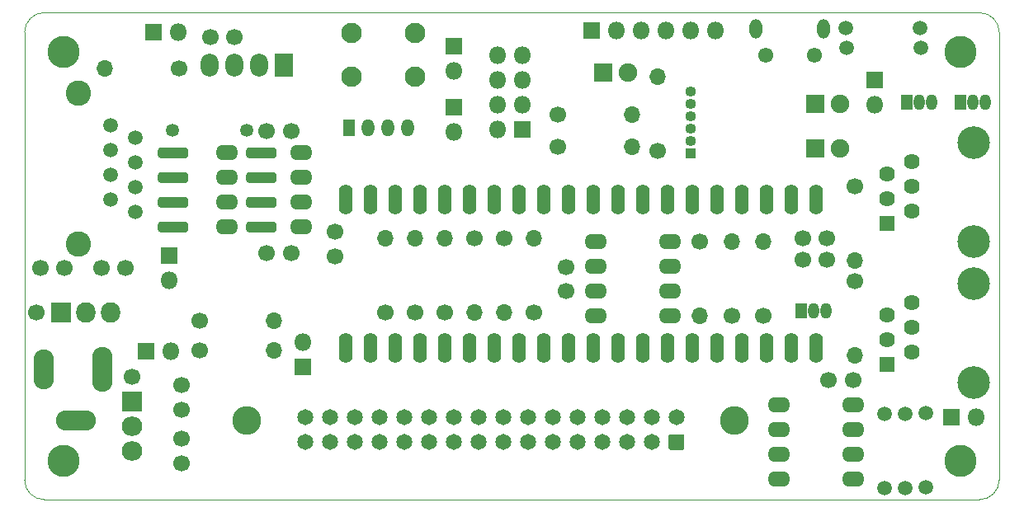
<source format=gts>
%TF.GenerationSoftware,KiCad,Pcbnew,5.1.6-c6e7f7d~86~ubuntu18.04.1*%
%TF.CreationDate,2020-06-09T14:20:45+02:00*%
%TF.ProjectId,c6021light,63363032-316c-4696-9768-742e6b696361,rev?*%
%TF.SameCoordinates,Original*%
%TF.FileFunction,Soldermask,Top*%
%TF.FilePolarity,Negative*%
%FSLAX46Y46*%
G04 Gerber Fmt 4.6, Leading zero omitted, Abs format (unit mm)*
G04 Created by KiCad (PCBNEW 5.1.6-c6e7f7d~86~ubuntu18.04.1) date 2020-06-09 14:20:45*
%MOMM*%
%LPD*%
G01*
G04 APERTURE LIST*
%TA.AperFunction,Profile*%
%ADD10C,0.050000*%
%TD*%
%ADD11C,2.950000*%
%ADD12C,1.650000*%
%ADD13C,1.500000*%
%ADD14C,1.700000*%
%ADD15O,1.800000X1.800000*%
%ADD16R,1.800000X1.800000*%
%ADD17R,1.150000X1.600000*%
%ADD18O,1.150000X1.600000*%
%ADD19O,1.300000X2.000000*%
%ADD20C,1.550000*%
%ADD21O,1.100000X1.100000*%
%ADD22R,1.100000X1.100000*%
%ADD23O,1.700000X1.700000*%
%ADD24O,2.299640X1.601140*%
%ADD25C,2.599360*%
%ADD26C,1.499540*%
%ADD27O,1.400000X3.100000*%
%ADD28C,2.098980*%
%ADD29R,1.620000X1.620000*%
%ADD30C,3.350000*%
%ADD31C,1.620000*%
%ADD32C,1.350000*%
%ADD33C,1.900000*%
%ADD34R,1.900000X1.900000*%
%ADD35O,2.100000X2.005000*%
%ADD36R,2.100000X2.005000*%
%ADD37O,2.005000X2.100000*%
%ADD38R,2.005000X2.100000*%
%ADD39R,1.850000X2.350000*%
%ADD40O,1.850000X2.350000*%
%ADD41O,1.298880X1.799260*%
%ADD42R,1.298880X1.799260*%
%ADD43O,2.098980X4.600880*%
%ADD44O,2.098980X4.100500*%
%ADD45O,4.100500X2.098980*%
%ADD46C,3.300000*%
G04 APERTURE END LIST*
D10*
X102000000Y-100000000D02*
G75*
G02*
X100000000Y-98000000I0J2000000D01*
G01*
X100000000Y-52000000D02*
G75*
G02*
X102000000Y-50000000I2000000J0D01*
G01*
X200000000Y-98000000D02*
G75*
G02*
X198000000Y-100000000I-2000000J0D01*
G01*
X198000000Y-50000000D02*
G75*
G02*
X200000000Y-52000000I0J-2000000D01*
G01*
X100000000Y-52000000D02*
X100000000Y-98000000D01*
X198000000Y-50000000D02*
X102000000Y-50000000D01*
X200000000Y-98000000D02*
X200000000Y-52000000D01*
X102000000Y-100000000D02*
X198000000Y-100000000D01*
D11*
%TO.C,J3*%
X122828000Y-91867000D03*
X172828000Y-91867000D03*
D12*
X128778000Y-91567000D03*
X131318000Y-91567000D03*
X133858000Y-91567000D03*
X136398000Y-91567000D03*
X138938000Y-91567000D03*
X141478000Y-91567000D03*
X144018000Y-91567000D03*
X146558000Y-91567000D03*
X149098000Y-91567000D03*
X151638000Y-91567000D03*
X154178000Y-91567000D03*
X156718000Y-91567000D03*
X159258000Y-91567000D03*
X161798000Y-91567000D03*
X164338000Y-91567000D03*
X166878000Y-91567000D03*
X128778000Y-94107000D03*
X131318000Y-94107000D03*
X133858000Y-94107000D03*
X136398000Y-94107000D03*
X138938000Y-94107000D03*
X141478000Y-94107000D03*
X144018000Y-94107000D03*
X146558000Y-94107000D03*
X149098000Y-94107000D03*
X151638000Y-94107000D03*
X154178000Y-94107000D03*
X156718000Y-94107000D03*
X159258000Y-94107000D03*
X161798000Y-94107000D03*
X164338000Y-94107000D03*
G36*
G01*
X167436872Y-94932000D02*
X166319128Y-94932000D01*
G75*
G02*
X166053000Y-94665872I0J266128D01*
G01*
X166053000Y-93548128D01*
G75*
G02*
X166319128Y-93282000I266128J0D01*
G01*
X167436872Y-93282000D01*
G75*
G02*
X167703000Y-93548128I0J-266128D01*
G01*
X167703000Y-94665872D01*
G75*
G02*
X167436872Y-94932000I-266128J0D01*
G01*
G37*
%TD*%
D13*
%TO.C,R15*%
X190347600Y-98780600D03*
X190347600Y-91160600D03*
%TD*%
%TO.C,R14*%
X188239400Y-98780600D03*
X188239400Y-91160600D03*
%TD*%
%TO.C,R13*%
X192481200Y-98755200D03*
X192481200Y-91135200D03*
%TD*%
D14*
%TO.C,C32*%
X155575000Y-76113000D03*
X155575000Y-78613000D03*
%TD*%
%TO.C,C8*%
X121524400Y-52476400D03*
X119024400Y-52476400D03*
%TD*%
%TO.C,C7*%
X127341000Y-62166500D03*
X124841000Y-62166500D03*
%TD*%
%TO.C,C6*%
X131826000Y-75017000D03*
X131826000Y-72517000D03*
%TD*%
%TO.C,C5*%
X127341000Y-74676000D03*
X124841000Y-74676000D03*
%TD*%
%TO.C,C4*%
X116078000Y-93766000D03*
X116078000Y-96266000D03*
%TD*%
%TO.C,C3*%
X116078000Y-90765000D03*
X116078000Y-88265000D03*
%TD*%
D15*
%TO.C,J11*%
X114960400Y-84759800D03*
D16*
X112420400Y-84759800D03*
%TD*%
D13*
%TO.C,R42*%
X184289700Y-51574700D03*
X191909700Y-51574700D03*
%TD*%
%TO.C,R41*%
X184302400Y-53644800D03*
X191922400Y-53644800D03*
%TD*%
D17*
%TO.C,Q32*%
X190525400Y-59207400D03*
D18*
X193065400Y-59207400D03*
X191795400Y-59207400D03*
%TD*%
D17*
%TO.C,Q31*%
X195999100Y-59207400D03*
D18*
X198539100Y-59207400D03*
X197269100Y-59207400D03*
%TD*%
D15*
%TO.C,J31*%
X187223400Y-59410600D03*
D16*
X187223400Y-56870600D03*
%TD*%
D19*
%TO.C,J50*%
X182011200Y-51683400D03*
X175011200Y-51683400D03*
D20*
X181011200Y-54383400D03*
X176011200Y-54383400D03*
%TD*%
D21*
%TO.C,J51*%
X168338500Y-58115200D03*
X168338500Y-59385200D03*
X168338500Y-60655200D03*
X168338500Y-61925200D03*
X168338500Y-63195200D03*
D22*
X168338500Y-64465200D03*
%TD*%
D23*
%TO.C,R1*%
X125603000Y-81661000D03*
D14*
X117983000Y-81661000D03*
%TD*%
D23*
%TO.C,R2*%
X125603000Y-84709000D03*
D14*
X117983000Y-84709000D03*
%TD*%
D23*
%TO.C,R3*%
X164960300Y-56591200D03*
D14*
X164960300Y-64211200D03*
%TD*%
D23*
%TO.C,R11*%
X162306000Y-60452000D03*
D14*
X154686000Y-60452000D03*
%TD*%
D23*
%TO.C,R12*%
X162306000Y-63754000D03*
D14*
X154686000Y-63754000D03*
%TD*%
D23*
%TO.C,R31*%
X185191400Y-85191600D03*
D14*
X185191400Y-77571600D03*
%TD*%
D23*
%TO.C,R32*%
X143129000Y-73152000D03*
D14*
X143129000Y-80772000D03*
%TD*%
D23*
%TO.C,R33*%
X137033000Y-73152000D03*
D14*
X137033000Y-80772000D03*
%TD*%
D23*
%TO.C,R34*%
X140081000Y-73152000D03*
D14*
X140081000Y-80772000D03*
%TD*%
D23*
%TO.C,R35*%
X172593000Y-73533000D03*
D14*
X172593000Y-81153000D03*
%TD*%
D23*
%TO.C,R36*%
X149225000Y-80772000D03*
D14*
X149225000Y-73152000D03*
%TD*%
D23*
%TO.C,R37*%
X169291000Y-81153000D03*
D14*
X169291000Y-73533000D03*
%TD*%
D23*
%TO.C,R38*%
X146177000Y-80772000D03*
D14*
X146177000Y-73152000D03*
%TD*%
D23*
%TO.C,R39*%
X152273000Y-73152000D03*
D14*
X152273000Y-80772000D03*
%TD*%
D23*
%TO.C,R40*%
X175768000Y-73533000D03*
D14*
X175768000Y-81153000D03*
%TD*%
D23*
%TO.C,R5*%
X108204000Y-55753000D03*
D14*
X115824000Y-55753000D03*
%TD*%
D23*
%TO.C,R30*%
X185191400Y-75438000D03*
D14*
X185191400Y-67818000D03*
%TD*%
D24*
%TO.C,U10*%
X185039000Y-90297000D03*
X185039000Y-92837000D03*
X185039000Y-95377000D03*
X185039000Y-97917000D03*
X177419000Y-97917000D03*
X177419000Y-95377000D03*
X177419000Y-92837000D03*
X177419000Y-90297000D03*
%TD*%
D14*
%TO.C,C10*%
X182513600Y-87757000D03*
X185013600Y-87757000D03*
%TD*%
%TO.C,C31*%
X182332000Y-75387200D03*
X179832000Y-75387200D03*
%TD*%
%TO.C,C30*%
X179821200Y-73202800D03*
X182321200Y-73202800D03*
%TD*%
D25*
%TO.C,J8*%
X105537000Y-73787000D03*
X105537000Y-58293000D03*
D26*
X111379000Y-70485000D03*
X108839000Y-69215000D03*
X111379000Y-67945000D03*
X108839000Y-66675000D03*
X111379000Y-65405000D03*
X111379000Y-62865000D03*
X108839000Y-61595000D03*
X108839000Y-64135000D03*
%TD*%
D14*
%TO.C,C2*%
X107863000Y-76200000D03*
X110363000Y-76200000D03*
%TD*%
%TO.C,C1*%
X101600000Y-76200000D03*
X104100000Y-76200000D03*
%TD*%
D27*
%TO.C,BP1*%
X132969000Y-69207380D03*
X132969000Y-84455000D03*
X135509000Y-69207380D03*
X135509000Y-84455000D03*
X138049000Y-69215000D03*
X138049000Y-84447380D03*
X140589000Y-69215000D03*
X140589000Y-84455000D03*
X143129000Y-69215000D03*
X143129000Y-84455000D03*
X145669000Y-69215000D03*
X145669000Y-84455000D03*
X148209000Y-69215000D03*
X148209000Y-84455000D03*
X150749000Y-69215000D03*
X150749000Y-84455000D03*
X153289000Y-69207380D03*
X153289000Y-84455000D03*
X155829000Y-69215000D03*
X155829000Y-84455000D03*
X158369000Y-69215000D03*
X158369000Y-84455000D03*
X160909000Y-69215000D03*
X160909000Y-84455000D03*
X163449000Y-69215000D03*
X163449000Y-84447380D03*
X165989000Y-69215000D03*
X165989000Y-84455000D03*
X168529000Y-69215000D03*
X168529000Y-84455000D03*
X171069000Y-69215000D03*
X171069000Y-84455000D03*
X173609000Y-69215000D03*
X173609000Y-84455000D03*
X176149000Y-69207380D03*
X176149000Y-84455000D03*
X178689000Y-69215000D03*
X178689000Y-84455000D03*
X181229000Y-69215000D03*
X181229000Y-84455000D03*
%TD*%
D15*
%TO.C,J4*%
X128524000Y-83820000D03*
D16*
X128524000Y-86360000D03*
%TD*%
D28*
%TO.C,SW1*%
X140030200Y-56606440D03*
X133527800Y-52105560D03*
X140030200Y-52105560D03*
X133527800Y-56606440D03*
%TD*%
D15*
%TO.C,J2*%
X148526500Y-54356000D03*
X151066500Y-54356000D03*
X148526500Y-56896000D03*
X151066500Y-56896000D03*
X148526500Y-59436000D03*
X151066500Y-59436000D03*
X148526500Y-61976000D03*
D16*
X151066500Y-61976000D03*
%TD*%
D14*
%TO.C,TP2*%
X110998000Y-87376000D03*
%TD*%
%TO.C,TP1*%
X101219000Y-80772000D03*
%TD*%
D15*
%TO.C,J52*%
X170865800Y-51790600D03*
X168325800Y-51790600D03*
X165785800Y-51790600D03*
X163245800Y-51790600D03*
X160705800Y-51790600D03*
D16*
X158165800Y-51790600D03*
%TD*%
%TO.C,U4*%
G36*
G01*
X116786000Y-71734000D02*
X116786000Y-72284000D01*
G75*
G02*
X116511000Y-72559000I-275000J0D01*
G01*
X113961000Y-72559000D01*
G75*
G02*
X113686000Y-72284000I0J275000D01*
G01*
X113686000Y-71734000D01*
G75*
G02*
X113961000Y-71459000I275000J0D01*
G01*
X116511000Y-71459000D01*
G75*
G02*
X116786000Y-71734000I0J-275000D01*
G01*
G37*
G36*
G01*
X116786000Y-69194000D02*
X116786000Y-69744000D01*
G75*
G02*
X116511000Y-70019000I-275000J0D01*
G01*
X113961000Y-70019000D01*
G75*
G02*
X113686000Y-69744000I0J275000D01*
G01*
X113686000Y-69194000D01*
G75*
G02*
X113961000Y-68919000I275000J0D01*
G01*
X116511000Y-68919000D01*
G75*
G02*
X116786000Y-69194000I0J-275000D01*
G01*
G37*
G36*
G01*
X116786000Y-66654000D02*
X116786000Y-67204000D01*
G75*
G02*
X116511000Y-67479000I-275000J0D01*
G01*
X113961000Y-67479000D01*
G75*
G02*
X113686000Y-67204000I0J275000D01*
G01*
X113686000Y-66654000D01*
G75*
G02*
X113961000Y-66379000I275000J0D01*
G01*
X116511000Y-66379000D01*
G75*
G02*
X116786000Y-66654000I0J-275000D01*
G01*
G37*
G36*
G01*
X116786000Y-64114000D02*
X116786000Y-64664000D01*
G75*
G02*
X116511000Y-64939000I-275000J0D01*
G01*
X113961000Y-64939000D01*
G75*
G02*
X113686000Y-64664000I0J275000D01*
G01*
X113686000Y-64114000D01*
G75*
G02*
X113961000Y-63839000I275000J0D01*
G01*
X116511000Y-63839000D01*
G75*
G02*
X116786000Y-64114000I0J-275000D01*
G01*
G37*
G36*
G01*
X125836000Y-64114000D02*
X125836000Y-64664000D01*
G75*
G02*
X125561000Y-64939000I-275000J0D01*
G01*
X123011000Y-64939000D01*
G75*
G02*
X122736000Y-64664000I0J275000D01*
G01*
X122736000Y-64114000D01*
G75*
G02*
X123011000Y-63839000I275000J0D01*
G01*
X125561000Y-63839000D01*
G75*
G02*
X125836000Y-64114000I0J-275000D01*
G01*
G37*
G36*
G01*
X125836000Y-66654000D02*
X125836000Y-67204000D01*
G75*
G02*
X125561000Y-67479000I-275000J0D01*
G01*
X123011000Y-67479000D01*
G75*
G02*
X122736000Y-67204000I0J275000D01*
G01*
X122736000Y-66654000D01*
G75*
G02*
X123011000Y-66379000I275000J0D01*
G01*
X125561000Y-66379000D01*
G75*
G02*
X125836000Y-66654000I0J-275000D01*
G01*
G37*
G36*
G01*
X125836000Y-69194000D02*
X125836000Y-69744000D01*
G75*
G02*
X125561000Y-70019000I-275000J0D01*
G01*
X123011000Y-70019000D01*
G75*
G02*
X122736000Y-69744000I0J275000D01*
G01*
X122736000Y-69194000D01*
G75*
G02*
X123011000Y-68919000I275000J0D01*
G01*
X125561000Y-68919000D01*
G75*
G02*
X125836000Y-69194000I0J-275000D01*
G01*
G37*
G36*
G01*
X125836000Y-71734000D02*
X125836000Y-72284000D01*
G75*
G02*
X125561000Y-72559000I-275000J0D01*
G01*
X123011000Y-72559000D01*
G75*
G02*
X122736000Y-72284000I0J275000D01*
G01*
X122736000Y-71734000D01*
G75*
G02*
X123011000Y-71459000I275000J0D01*
G01*
X125561000Y-71459000D01*
G75*
G02*
X125836000Y-71734000I0J-275000D01*
G01*
G37*
%TD*%
D29*
%TO.C,J30*%
X188468000Y-71628000D03*
D30*
X197358000Y-73538000D03*
D31*
X191008000Y-70358000D03*
X188468000Y-69088000D03*
X191008000Y-67818000D03*
X188468000Y-66548000D03*
X191008000Y-65278000D03*
D30*
X197358000Y-63378000D03*
%TD*%
D32*
%TO.C,R4*%
X122810000Y-62103000D03*
X115190000Y-62103000D03*
%TD*%
D15*
%TO.C,JP1*%
X144018000Y-56007000D03*
D16*
X144018000Y-53467000D03*
%TD*%
D15*
%TO.C,JP2*%
X144018000Y-62230000D03*
D16*
X144018000Y-59690000D03*
%TD*%
D33*
%TO.C,D21*%
X183705500Y-59385200D03*
D34*
X181165500Y-59385200D03*
%TD*%
D33*
%TO.C,D20*%
X183705500Y-63931800D03*
D34*
X181165500Y-63931800D03*
%TD*%
D33*
%TO.C,D1*%
X161886900Y-56134000D03*
D34*
X159346900Y-56134000D03*
%TD*%
D24*
%TO.C,U30*%
X166243000Y-73533000D03*
X166243000Y-76073000D03*
X166243000Y-78613000D03*
X166243000Y-81153000D03*
X158623000Y-81153000D03*
X158623000Y-78613000D03*
X158623000Y-76073000D03*
X158623000Y-73533000D03*
%TD*%
%TO.C,U3*%
X120777000Y-72009000D03*
X120777000Y-69469000D03*
X120777000Y-66929000D03*
X120777000Y-64389000D03*
X128397000Y-64389000D03*
X128397000Y-66929000D03*
X128397000Y-69469000D03*
X128397000Y-72009000D03*
%TD*%
D35*
%TO.C,U2*%
X110998000Y-94996000D03*
X110998000Y-92456000D03*
D36*
X110998000Y-89916000D03*
%TD*%
D37*
%TO.C,U1*%
X108839000Y-80772000D03*
X106299000Y-80772000D03*
D38*
X103759000Y-80772000D03*
%TD*%
D17*
%TO.C,Q30*%
X179679600Y-80645000D03*
D18*
X182219600Y-80645000D03*
X180949600Y-80645000D03*
%TD*%
D39*
%TO.C,PS1*%
X126619000Y-55372000D03*
D40*
X124079000Y-55372000D03*
X121539000Y-55372000D03*
X118999000Y-55372000D03*
%TD*%
D29*
%TO.C,J12*%
X188468000Y-86106000D03*
D30*
X197358000Y-88016000D03*
D31*
X191008000Y-84836000D03*
X188468000Y-83566000D03*
X191008000Y-82296000D03*
X188468000Y-81026000D03*
X191008000Y-79756000D03*
D30*
X197358000Y-77856000D03*
%TD*%
D15*
%TO.C,J10*%
X197612000Y-91567000D03*
D16*
X195072000Y-91567000D03*
%TD*%
D15*
%TO.C,J7*%
X114808000Y-77470000D03*
D16*
X114808000Y-74930000D03*
%TD*%
D15*
%TO.C,J6*%
X115798600Y-51993800D03*
D16*
X113258600Y-51993800D03*
%TD*%
D41*
%TO.C,J5*%
X139270740Y-61849000D03*
X135270240Y-61849000D03*
X137271760Y-61849000D03*
D42*
X133268720Y-61849000D03*
%TD*%
D43*
%TO.C,J1*%
X107977940Y-86614000D03*
D44*
X101975920Y-86614000D03*
D45*
X105227120Y-91914980D03*
%TD*%
D46*
%TO.C,REF\u002A\u002A*%
X196000000Y-96000000D03*
%TD*%
%TO.C,REF\u002A\u002A*%
X196000000Y-54000000D03*
%TD*%
%TO.C,REF\u002A\u002A*%
X104000000Y-54000000D03*
%TD*%
%TO.C,REF\u002A\u002A*%
X104000000Y-96000000D03*
%TD*%
M02*

</source>
